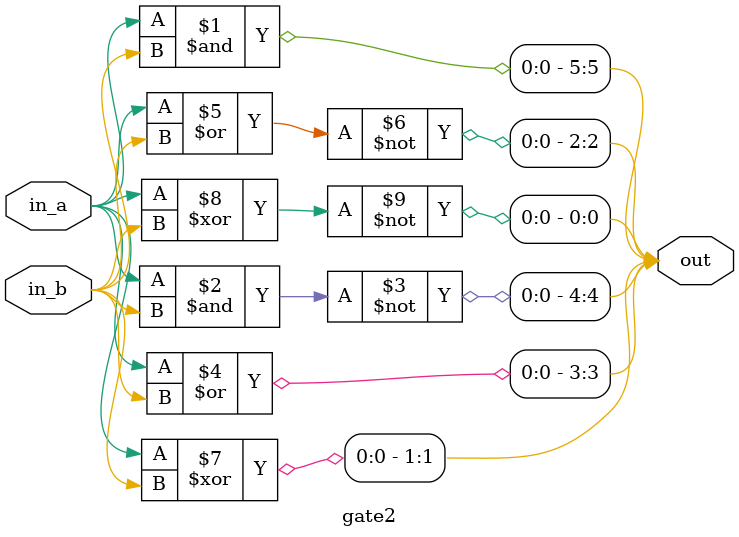
<source format=v>
module gate2 (in_a, in_b, out);

input wire in_a;	// declare input variable in_a
input wire in_b;
output wire [5:0] out;

assign out[5] = in_a & in_b;
assign out[4] = ~(in_a & in_b);
assign out[3] = in_a | in_b;
assign out[2] = ~(in_a | in_b);
assign out[1] = in_a ^ in_b;
assign out[0] = ~(in_a ^ in_b);

endmodule
</source>
